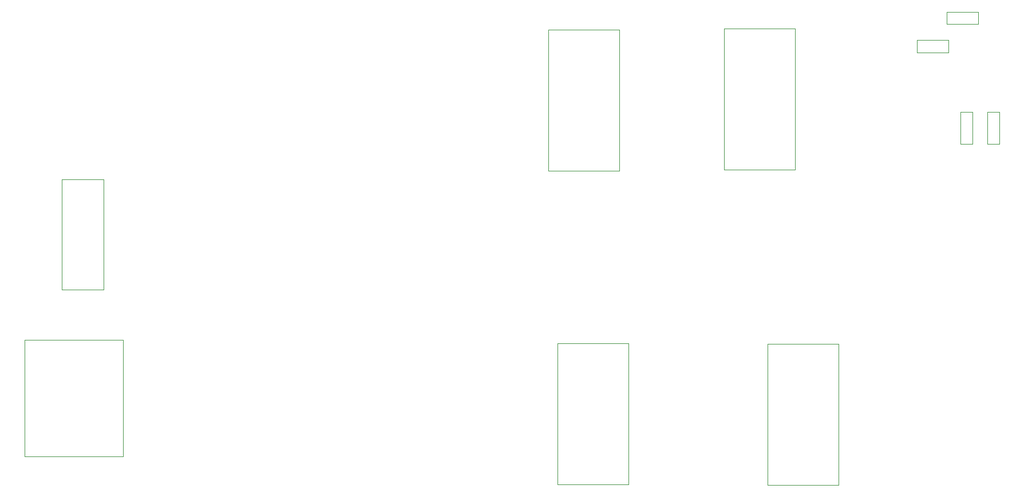
<source format=gbr>
G04 #@! TF.FileFunction,Other,User*
%FSLAX46Y46*%
G04 Gerber Fmt 4.6, Leading zero omitted, Abs format (unit mm)*
G04 Created by KiCad (PCBNEW 4.0.4+e1-6308~48~ubuntu15.10.1-stable) date Thu Jul 12 11:54:00 2018*
%MOMM*%
%LPD*%
G01*
G04 APERTURE LIST*
%ADD10C,0.100000*%
%ADD11C,0.050000*%
G04 APERTURE END LIST*
D10*
D11*
X67840000Y-94383000D02*
X67840000Y-78083000D01*
X67840000Y-78083000D02*
X61690000Y-78083000D01*
X61690000Y-78083000D02*
X61690000Y-94383000D01*
X61690000Y-94383000D02*
X67840000Y-94383000D01*
X133629820Y-55903060D02*
X144149820Y-55903060D01*
X144149820Y-76783060D02*
X133629820Y-76783060D01*
X133629820Y-76783060D02*
X133629820Y-55903060D01*
X144149820Y-76783060D02*
X144149820Y-55903060D01*
X56152160Y-101865120D02*
X70752160Y-101865120D01*
X70752160Y-119115120D02*
X56152160Y-119115120D01*
X56152160Y-101865120D02*
X56152160Y-119115120D01*
X70752160Y-101865120D02*
X70752160Y-119115120D01*
X134963240Y-102349500D02*
X145483240Y-102349500D01*
X145483240Y-123229500D02*
X134963240Y-123229500D01*
X134963240Y-123229500D02*
X134963240Y-102349500D01*
X145483240Y-123229500D02*
X145483240Y-102349500D01*
X166050340Y-102461260D02*
X176570340Y-102461260D01*
X176570340Y-123341260D02*
X166050340Y-123341260D01*
X166050340Y-123341260D02*
X166050340Y-102461260D01*
X176570340Y-123341260D02*
X176570340Y-102461260D01*
X159586000Y-55727000D02*
X170106000Y-55727000D01*
X170106000Y-76607000D02*
X159586000Y-76607000D01*
X159586000Y-76607000D02*
X159586000Y-55727000D01*
X170106000Y-76607000D02*
X170106000Y-55727000D01*
X196396180Y-68086740D02*
X196396180Y-72786740D01*
X196396180Y-68086740D02*
X194596180Y-68086740D01*
X194596180Y-72786740D02*
X196396180Y-72786740D01*
X194596180Y-72786740D02*
X194596180Y-68086740D01*
X198563660Y-72786740D02*
X198563660Y-68086740D01*
X198563660Y-72786740D02*
X200363660Y-72786740D01*
X200363660Y-68086740D02*
X198563660Y-68086740D01*
X200363660Y-68086740D02*
X200363660Y-72786740D01*
X192550000Y-53250000D02*
X197250000Y-53250000D01*
X192550000Y-53250000D02*
X192550000Y-55050000D01*
X197250000Y-55050000D02*
X197250000Y-53250000D01*
X197250000Y-55050000D02*
X192550000Y-55050000D01*
X192850000Y-59225000D02*
X188150000Y-59225000D01*
X192850000Y-59225000D02*
X192850000Y-57425000D01*
X188150000Y-57425000D02*
X188150000Y-59225000D01*
X188150000Y-57425000D02*
X192850000Y-57425000D01*
M02*

</source>
